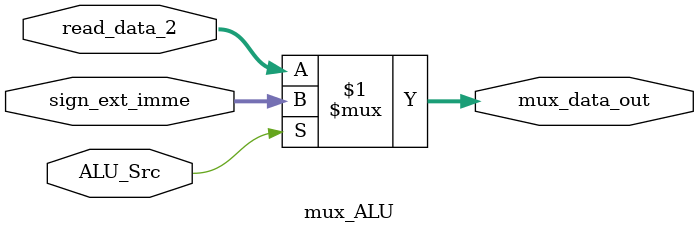
<source format=v>

`timescale 1ns/1ps
module mux_ALU(mux_data_out, read_data_2, sign_ext_imme, ALU_Src);
output [31:0] mux_data_out;
input [31:0] read_data_2, sign_ext_imme;
input ALU_Src;

assign mux_data_out = ALU_Src ? sign_ext_imme : read_data_2;
endmodule

</source>
